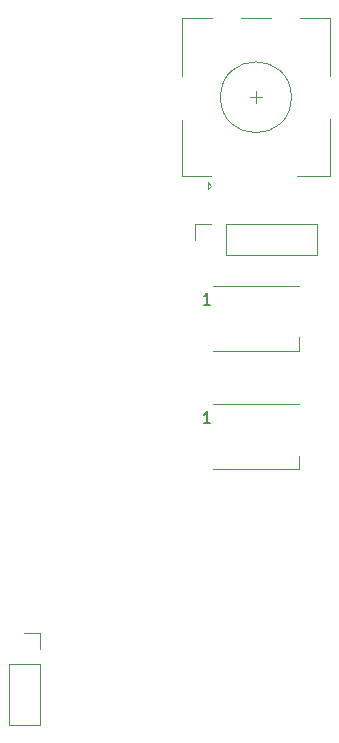
<source format=gbr>
G04 #@! TF.GenerationSoftware,KiCad,Pcbnew,(5.1.10-1-10_14)*
G04 #@! TF.CreationDate,2021-09-21T06:26:05-05:00*
G04 #@! TF.ProjectId,LeChiffre,4c654368-6966-4667-9265-2e6b69636164,rev?*
G04 #@! TF.SameCoordinates,Original*
G04 #@! TF.FileFunction,Legend,Top*
G04 #@! TF.FilePolarity,Positive*
%FSLAX46Y46*%
G04 Gerber Fmt 4.6, Leading zero omitted, Abs format (unit mm)*
G04 Created by KiCad (PCBNEW (5.1.10-1-10_14)) date 2021-09-21 06:26:05*
%MOMM*%
%LPD*%
G01*
G04 APERTURE LIST*
%ADD10C,0.120000*%
%ADD11C,0.150000*%
G04 APERTURE END LIST*
D10*
X141065000Y-59940000D02*
G75*
G03*
X141065000Y-59940000I-3000000J0D01*
G01*
X131765000Y-58140000D02*
X131765000Y-53240000D01*
X144365000Y-53240000D02*
X144365000Y-58140000D01*
X144365000Y-61740000D02*
X144365000Y-66640000D01*
X144365000Y-66640000D02*
X141565000Y-66640000D01*
X131765000Y-61840000D02*
X131765000Y-66640000D01*
X131765000Y-66640000D02*
X134265000Y-66640000D01*
X134265000Y-67440000D02*
X133965000Y-67740000D01*
X133965000Y-67740000D02*
X133965000Y-67140000D01*
X133965000Y-67140000D02*
X134265000Y-67440000D01*
X131765000Y-53240000D02*
X134365000Y-53240000D01*
X136765000Y-53240000D02*
X139365000Y-53240000D01*
X141765000Y-53240000D02*
X144365000Y-53240000D01*
X137565000Y-59940000D02*
X138565000Y-59940000D01*
X138065000Y-60440000D02*
X138065000Y-59440000D01*
X141715000Y-91420000D02*
X141715000Y-90270000D01*
X134415000Y-91420000D02*
X141715000Y-91420000D01*
X134415000Y-85920000D02*
X141715000Y-85920000D01*
X141715000Y-81390000D02*
X141715000Y-80240000D01*
X134415000Y-81390000D02*
X141715000Y-81390000D01*
X134415000Y-75890000D02*
X141715000Y-75890000D01*
X117140000Y-107910000D02*
X119800000Y-107910000D01*
X117140000Y-107910000D02*
X117140000Y-113050000D01*
X117140000Y-113050000D02*
X119800000Y-113050000D01*
X119800000Y-107910000D02*
X119800000Y-113050000D01*
X119800000Y-105310000D02*
X119800000Y-106640000D01*
X118470000Y-105310000D02*
X119800000Y-105310000D01*
X135535000Y-73330000D02*
X135535000Y-70670000D01*
X135535000Y-73330000D02*
X143215000Y-73330000D01*
X143215000Y-73330000D02*
X143215000Y-70670000D01*
X135535000Y-70670000D02*
X143215000Y-70670000D01*
X132935000Y-70670000D02*
X134265000Y-70670000D01*
X132935000Y-72000000D02*
X132935000Y-70670000D01*
D11*
X134200714Y-87522380D02*
X133629285Y-87522380D01*
X133915000Y-87522380D02*
X133915000Y-86522380D01*
X133819761Y-86665238D01*
X133724523Y-86760476D01*
X133629285Y-86808095D01*
X134200714Y-77492380D02*
X133629285Y-77492380D01*
X133915000Y-77492380D02*
X133915000Y-76492380D01*
X133819761Y-76635238D01*
X133724523Y-76730476D01*
X133629285Y-76778095D01*
M02*

</source>
